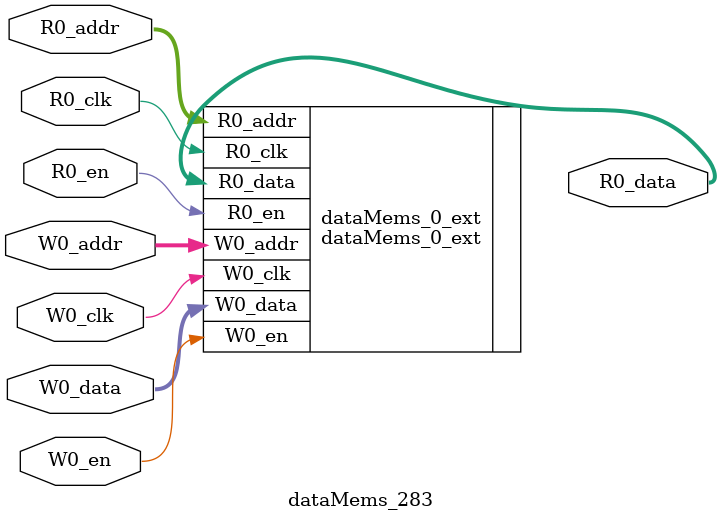
<source format=sv>
`ifndef RANDOMIZE
  `ifdef RANDOMIZE_REG_INIT
    `define RANDOMIZE
  `endif // RANDOMIZE_REG_INIT
`endif // not def RANDOMIZE
`ifndef RANDOMIZE
  `ifdef RANDOMIZE_MEM_INIT
    `define RANDOMIZE
  `endif // RANDOMIZE_MEM_INIT
`endif // not def RANDOMIZE

`ifndef RANDOM
  `define RANDOM $random
`endif // not def RANDOM

// Users can define 'PRINTF_COND' to add an extra gate to prints.
`ifndef PRINTF_COND_
  `ifdef PRINTF_COND
    `define PRINTF_COND_ (`PRINTF_COND)
  `else  // PRINTF_COND
    `define PRINTF_COND_ 1
  `endif // PRINTF_COND
`endif // not def PRINTF_COND_

// Users can define 'ASSERT_VERBOSE_COND' to add an extra gate to assert error printing.
`ifndef ASSERT_VERBOSE_COND_
  `ifdef ASSERT_VERBOSE_COND
    `define ASSERT_VERBOSE_COND_ (`ASSERT_VERBOSE_COND)
  `else  // ASSERT_VERBOSE_COND
    `define ASSERT_VERBOSE_COND_ 1
  `endif // ASSERT_VERBOSE_COND
`endif // not def ASSERT_VERBOSE_COND_

// Users can define 'STOP_COND' to add an extra gate to stop conditions.
`ifndef STOP_COND_
  `ifdef STOP_COND
    `define STOP_COND_ (`STOP_COND)
  `else  // STOP_COND
    `define STOP_COND_ 1
  `endif // STOP_COND
`endif // not def STOP_COND_

// Users can define INIT_RANDOM as general code that gets injected into the
// initializer block for modules with registers.
`ifndef INIT_RANDOM
  `define INIT_RANDOM
`endif // not def INIT_RANDOM

// If using random initialization, you can also define RANDOMIZE_DELAY to
// customize the delay used, otherwise 0.002 is used.
`ifndef RANDOMIZE_DELAY
  `define RANDOMIZE_DELAY 0.002
`endif // not def RANDOMIZE_DELAY

// Define INIT_RANDOM_PROLOG_ for use in our modules below.
`ifndef INIT_RANDOM_PROLOG_
  `ifdef RANDOMIZE
    `ifdef VERILATOR
      `define INIT_RANDOM_PROLOG_ `INIT_RANDOM
    `else  // VERILATOR
      `define INIT_RANDOM_PROLOG_ `INIT_RANDOM #`RANDOMIZE_DELAY begin end
    `endif // VERILATOR
  `else  // RANDOMIZE
    `define INIT_RANDOM_PROLOG_
  `endif // RANDOMIZE
`endif // not def INIT_RANDOM_PROLOG_

// Include register initializers in init blocks unless synthesis is set
`ifndef SYNTHESIS
  `ifndef ENABLE_INITIAL_REG_
    `define ENABLE_INITIAL_REG_
  `endif // not def ENABLE_INITIAL_REG_
`endif // not def SYNTHESIS

// Include rmemory initializers in init blocks unless synthesis is set
`ifndef SYNTHESIS
  `ifndef ENABLE_INITIAL_MEM_
    `define ENABLE_INITIAL_MEM_
  `endif // not def ENABLE_INITIAL_MEM_
`endif // not def SYNTHESIS

module dataMems_283(	// @[generators/ara/src/main/scala/UnsafeAXI4ToTL.scala:365:62]
  input  [4:0]  R0_addr,
  input         R0_en,
  input         R0_clk,
  output [66:0] R0_data,
  input  [4:0]  W0_addr,
  input         W0_en,
  input         W0_clk,
  input  [66:0] W0_data
);

  dataMems_0_ext dataMems_0_ext (	// @[generators/ara/src/main/scala/UnsafeAXI4ToTL.scala:365:62]
    .R0_addr (R0_addr),
    .R0_en   (R0_en),
    .R0_clk  (R0_clk),
    .R0_data (R0_data),
    .W0_addr (W0_addr),
    .W0_en   (W0_en),
    .W0_clk  (W0_clk),
    .W0_data (W0_data)
  );
endmodule


</source>
